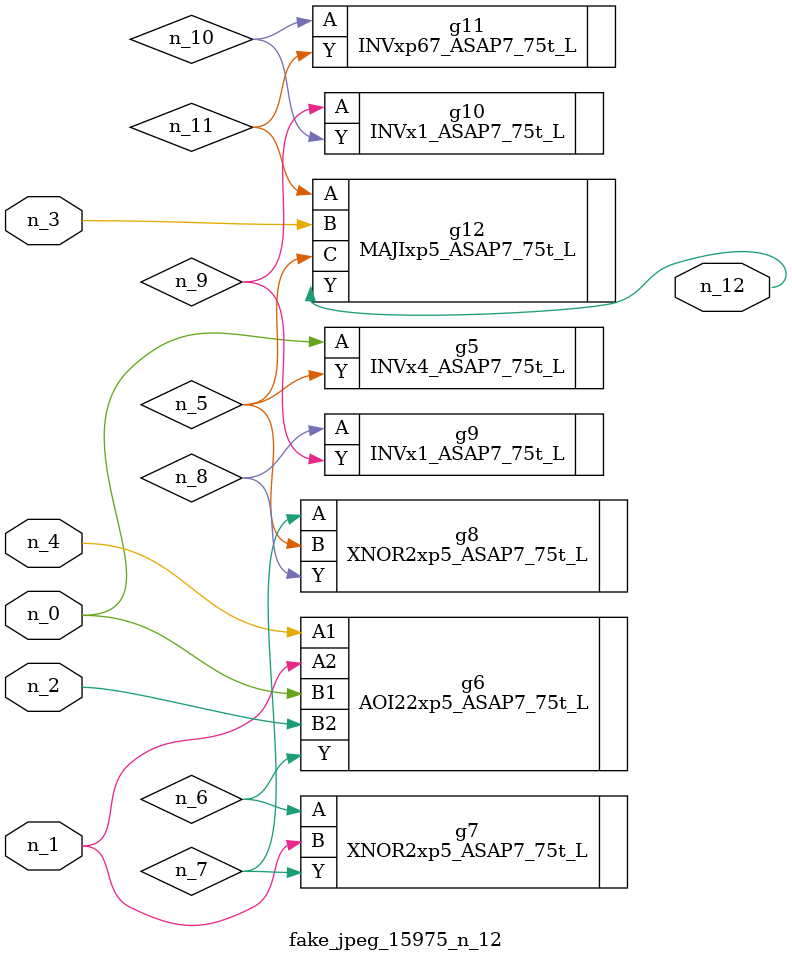
<source format=v>
module fake_jpeg_15975_n_12 (n_3, n_2, n_1, n_0, n_4, n_12);

input n_3;
input n_2;
input n_1;
input n_0;
input n_4;

output n_12;

wire n_11;
wire n_10;
wire n_8;
wire n_9;
wire n_6;
wire n_5;
wire n_7;

INVx4_ASAP7_75t_L g5 ( 
.A(n_0),
.Y(n_5)
);

AOI22xp5_ASAP7_75t_L g6 ( 
.A1(n_4),
.A2(n_1),
.B1(n_0),
.B2(n_2),
.Y(n_6)
);

XNOR2xp5_ASAP7_75t_L g7 ( 
.A(n_6),
.B(n_1),
.Y(n_7)
);

XNOR2xp5_ASAP7_75t_L g8 ( 
.A(n_7),
.B(n_5),
.Y(n_8)
);

INVx1_ASAP7_75t_L g9 ( 
.A(n_8),
.Y(n_9)
);

INVx1_ASAP7_75t_L g10 ( 
.A(n_9),
.Y(n_10)
);

INVxp67_ASAP7_75t_L g11 ( 
.A(n_10),
.Y(n_11)
);

MAJIxp5_ASAP7_75t_L g12 ( 
.A(n_11),
.B(n_3),
.C(n_5),
.Y(n_12)
);


endmodule
</source>
